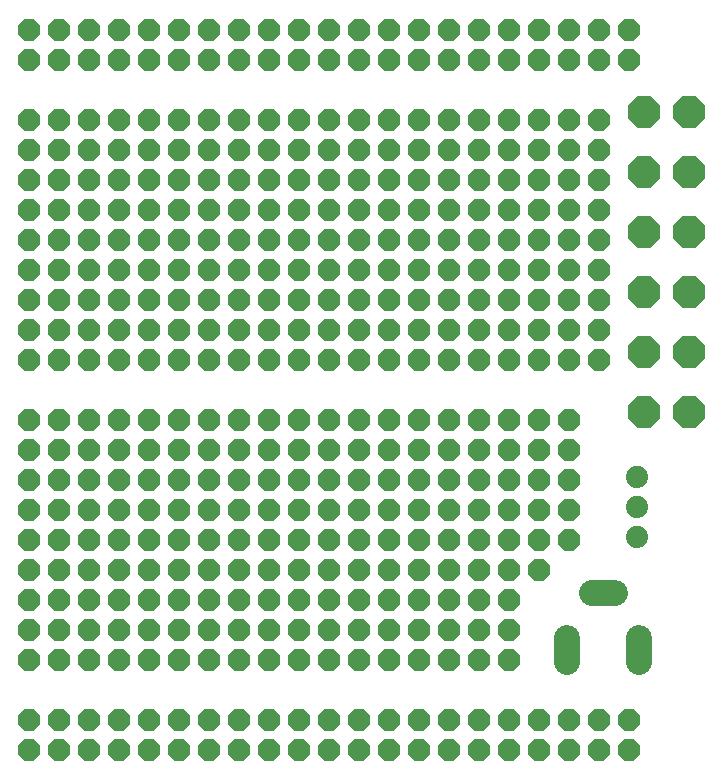
<source format=gts>
G75*
%MOIN*%
%OFA0B0*%
%FSLAX25Y25*%
%IPPOS*%
%LPD*%
%AMOC8*
5,1,8,0,0,1.08239X$1,22.5*
%
%ADD10OC8,0.07100*%
%ADD11C,0.08674*%
%ADD12C,0.07400*%
%ADD13OC8,0.10800*%
D10*
X0052595Y0041728D03*
X0062595Y0041728D03*
X0072595Y0041728D03*
X0072595Y0051728D03*
X0062595Y0051728D03*
X0052595Y0051728D03*
X0052595Y0071728D03*
X0062595Y0071728D03*
X0072595Y0071728D03*
X0072595Y0081728D03*
X0062595Y0081728D03*
X0052595Y0081728D03*
X0052595Y0091728D03*
X0062595Y0091728D03*
X0072595Y0091728D03*
X0072595Y0101728D03*
X0062595Y0101728D03*
X0052595Y0101728D03*
X0052595Y0111728D03*
X0062595Y0111728D03*
X0072595Y0111728D03*
X0072595Y0121728D03*
X0072595Y0131728D03*
X0062595Y0131728D03*
X0062595Y0121728D03*
X0052595Y0121728D03*
X0052595Y0131728D03*
X0052595Y0141728D03*
X0062595Y0141728D03*
X0072595Y0141728D03*
X0072595Y0151728D03*
X0062595Y0151728D03*
X0052595Y0151728D03*
X0052595Y0171728D03*
X0062595Y0171728D03*
X0072595Y0171728D03*
X0072595Y0181728D03*
X0062595Y0181728D03*
X0052595Y0181728D03*
X0052595Y0191728D03*
X0062595Y0191728D03*
X0072595Y0191728D03*
X0072595Y0201728D03*
X0062595Y0201728D03*
X0052595Y0201728D03*
X0052595Y0211728D03*
X0062595Y0211728D03*
X0072595Y0211728D03*
X0072595Y0221728D03*
X0062595Y0221728D03*
X0052595Y0221728D03*
X0052595Y0231728D03*
X0062595Y0231728D03*
X0072595Y0231728D03*
X0072595Y0241728D03*
X0062595Y0241728D03*
X0052595Y0241728D03*
X0052595Y0251728D03*
X0062595Y0251728D03*
X0072595Y0251728D03*
X0082595Y0251728D03*
X0082595Y0241728D03*
X0082595Y0231728D03*
X0082595Y0221728D03*
X0082595Y0211728D03*
X0082595Y0201728D03*
X0082595Y0191728D03*
X0082595Y0181728D03*
X0082595Y0171728D03*
X0092595Y0171728D03*
X0102595Y0171728D03*
X0112595Y0171728D03*
X0122595Y0171728D03*
X0132595Y0171728D03*
X0132595Y0181728D03*
X0122595Y0181728D03*
X0112595Y0181728D03*
X0102595Y0181728D03*
X0092595Y0181728D03*
X0092595Y0191728D03*
X0102595Y0191728D03*
X0112595Y0191728D03*
X0122595Y0191728D03*
X0132595Y0191728D03*
X0132595Y0201728D03*
X0122595Y0201728D03*
X0112595Y0201728D03*
X0102595Y0201728D03*
X0092595Y0201728D03*
X0092595Y0211728D03*
X0102595Y0211728D03*
X0112595Y0211728D03*
X0122595Y0211728D03*
X0132595Y0211728D03*
X0132595Y0221728D03*
X0122595Y0221728D03*
X0112595Y0221728D03*
X0102595Y0221728D03*
X0092595Y0221728D03*
X0092595Y0231728D03*
X0102595Y0231728D03*
X0112595Y0231728D03*
X0122595Y0231728D03*
X0132595Y0231728D03*
X0132595Y0241728D03*
X0122595Y0241728D03*
X0112595Y0241728D03*
X0102595Y0241728D03*
X0092595Y0241728D03*
X0092595Y0251728D03*
X0102595Y0251728D03*
X0112595Y0251728D03*
X0122595Y0251728D03*
X0132595Y0251728D03*
X0142595Y0251728D03*
X0142595Y0241728D03*
X0142595Y0231728D03*
X0142595Y0221728D03*
X0142595Y0211728D03*
X0142595Y0201728D03*
X0142595Y0191728D03*
X0142595Y0181728D03*
X0142595Y0171728D03*
X0152595Y0171728D03*
X0162595Y0171728D03*
X0172595Y0171728D03*
X0182595Y0171728D03*
X0192595Y0171728D03*
X0192595Y0181728D03*
X0182595Y0181728D03*
X0172595Y0181728D03*
X0162595Y0181728D03*
X0152595Y0181728D03*
X0152595Y0191728D03*
X0162595Y0191728D03*
X0172595Y0191728D03*
X0182595Y0191728D03*
X0192595Y0191728D03*
X0192595Y0201728D03*
X0182595Y0201728D03*
X0172595Y0201728D03*
X0162595Y0201728D03*
X0152595Y0201728D03*
X0152595Y0211728D03*
X0162595Y0211728D03*
X0172595Y0211728D03*
X0182595Y0211728D03*
X0192595Y0211728D03*
X0192595Y0221728D03*
X0182595Y0221728D03*
X0172595Y0221728D03*
X0162595Y0221728D03*
X0152595Y0221728D03*
X0152595Y0231728D03*
X0162595Y0231728D03*
X0172595Y0231728D03*
X0182595Y0231728D03*
X0192595Y0231728D03*
X0192595Y0241728D03*
X0182595Y0241728D03*
X0172595Y0241728D03*
X0162595Y0241728D03*
X0152595Y0241728D03*
X0152595Y0251728D03*
X0162595Y0251728D03*
X0172595Y0251728D03*
X0182595Y0251728D03*
X0192595Y0251728D03*
X0202595Y0251728D03*
X0202595Y0241728D03*
X0202595Y0231728D03*
X0202595Y0221728D03*
X0202595Y0211728D03*
X0202595Y0201728D03*
X0202595Y0191728D03*
X0202595Y0181728D03*
X0202595Y0171728D03*
X0212595Y0171728D03*
X0222595Y0171728D03*
X0232595Y0171728D03*
X0242595Y0171728D03*
X0242595Y0181728D03*
X0232595Y0181728D03*
X0222595Y0181728D03*
X0212595Y0181728D03*
X0212595Y0191728D03*
X0222595Y0191728D03*
X0232595Y0191728D03*
X0242595Y0191728D03*
X0242595Y0201728D03*
X0232595Y0201728D03*
X0222595Y0201728D03*
X0212595Y0201728D03*
X0212595Y0211728D03*
X0222595Y0211728D03*
X0232595Y0211728D03*
X0242595Y0211728D03*
X0242595Y0221728D03*
X0232595Y0221728D03*
X0222595Y0221728D03*
X0212595Y0221728D03*
X0212595Y0231728D03*
X0222595Y0231728D03*
X0232595Y0231728D03*
X0242595Y0231728D03*
X0242595Y0241728D03*
X0232595Y0241728D03*
X0222595Y0241728D03*
X0212595Y0241728D03*
X0212595Y0251728D03*
X0222595Y0251728D03*
X0232595Y0251728D03*
X0242595Y0251728D03*
X0242595Y0271728D03*
X0232595Y0271728D03*
X0222595Y0271728D03*
X0212595Y0271728D03*
X0202595Y0271728D03*
X0202595Y0281728D03*
X0212595Y0281728D03*
X0222595Y0281728D03*
X0232595Y0281728D03*
X0242595Y0281728D03*
X0252595Y0281728D03*
X0252595Y0271728D03*
X0192595Y0271728D03*
X0182595Y0271728D03*
X0172595Y0271728D03*
X0162595Y0271728D03*
X0152595Y0271728D03*
X0142595Y0271728D03*
X0142595Y0281728D03*
X0152595Y0281728D03*
X0162595Y0281728D03*
X0172595Y0281728D03*
X0182595Y0281728D03*
X0192595Y0281728D03*
X0132595Y0281728D03*
X0132595Y0271728D03*
X0122595Y0271728D03*
X0112595Y0271728D03*
X0102595Y0271728D03*
X0092595Y0271728D03*
X0082595Y0271728D03*
X0082595Y0281728D03*
X0092595Y0281728D03*
X0102595Y0281728D03*
X0112595Y0281728D03*
X0122595Y0281728D03*
X0072595Y0281728D03*
X0072595Y0271728D03*
X0062595Y0271728D03*
X0052595Y0271728D03*
X0052595Y0281728D03*
X0062595Y0281728D03*
X0082595Y0151728D03*
X0082595Y0141728D03*
X0082595Y0131728D03*
X0082595Y0121728D03*
X0082595Y0111728D03*
X0082595Y0101728D03*
X0082595Y0091728D03*
X0082595Y0081728D03*
X0082595Y0071728D03*
X0092595Y0071728D03*
X0102595Y0071728D03*
X0112595Y0071728D03*
X0122595Y0071728D03*
X0132595Y0071728D03*
X0132595Y0081728D03*
X0122595Y0081728D03*
X0112595Y0081728D03*
X0102595Y0081728D03*
X0092595Y0081728D03*
X0092595Y0091728D03*
X0102595Y0091728D03*
X0112595Y0091728D03*
X0122595Y0091728D03*
X0132595Y0091728D03*
X0132595Y0101728D03*
X0122595Y0101728D03*
X0112595Y0101728D03*
X0102595Y0101728D03*
X0092595Y0101728D03*
X0092595Y0111728D03*
X0102595Y0111728D03*
X0112595Y0111728D03*
X0122595Y0111728D03*
X0132595Y0111728D03*
X0132595Y0121728D03*
X0132595Y0131728D03*
X0122595Y0131728D03*
X0122595Y0121728D03*
X0112595Y0121728D03*
X0112595Y0131728D03*
X0102595Y0131728D03*
X0102595Y0121728D03*
X0092595Y0121728D03*
X0092595Y0131728D03*
X0092595Y0141728D03*
X0102595Y0141728D03*
X0112595Y0141728D03*
X0122595Y0141728D03*
X0132595Y0141728D03*
X0132595Y0151728D03*
X0122595Y0151728D03*
X0112595Y0151728D03*
X0102595Y0151728D03*
X0092595Y0151728D03*
X0142595Y0151728D03*
X0142595Y0141728D03*
X0142595Y0131728D03*
X0142595Y0121728D03*
X0142595Y0111728D03*
X0142595Y0101728D03*
X0142595Y0091728D03*
X0142595Y0081728D03*
X0142595Y0071728D03*
X0152595Y0071728D03*
X0162595Y0071728D03*
X0172595Y0071728D03*
X0182595Y0071728D03*
X0192595Y0071728D03*
X0192595Y0081728D03*
X0182595Y0081728D03*
X0172595Y0081728D03*
X0162595Y0081728D03*
X0152595Y0081728D03*
X0152595Y0091728D03*
X0162595Y0091728D03*
X0172595Y0091728D03*
X0182595Y0091728D03*
X0192595Y0091728D03*
X0192595Y0101728D03*
X0182595Y0101728D03*
X0172595Y0101728D03*
X0162595Y0101728D03*
X0152595Y0101728D03*
X0152595Y0111728D03*
X0162595Y0111728D03*
X0172595Y0111728D03*
X0182595Y0111728D03*
X0192595Y0111728D03*
X0192595Y0121728D03*
X0192595Y0131728D03*
X0182595Y0131728D03*
X0182595Y0121728D03*
X0172595Y0121728D03*
X0172595Y0131728D03*
X0162595Y0131728D03*
X0162595Y0121728D03*
X0152595Y0121728D03*
X0152595Y0131728D03*
X0152595Y0141728D03*
X0162595Y0141728D03*
X0172595Y0141728D03*
X0182595Y0141728D03*
X0192595Y0141728D03*
X0192595Y0151728D03*
X0182595Y0151728D03*
X0172595Y0151728D03*
X0162595Y0151728D03*
X0152595Y0151728D03*
X0202595Y0151728D03*
X0202595Y0141728D03*
X0202595Y0131728D03*
X0202595Y0121728D03*
X0202595Y0111728D03*
X0202595Y0101728D03*
X0202595Y0091728D03*
X0202595Y0081728D03*
X0202595Y0071728D03*
X0212595Y0071728D03*
X0212595Y0081728D03*
X0212595Y0091728D03*
X0212595Y0101728D03*
X0222595Y0101728D03*
X0222595Y0111728D03*
X0212595Y0111728D03*
X0212595Y0121728D03*
X0212595Y0131728D03*
X0222595Y0131728D03*
X0222595Y0121728D03*
X0232595Y0121728D03*
X0232595Y0131728D03*
X0232595Y0141728D03*
X0222595Y0141728D03*
X0212595Y0141728D03*
X0212595Y0151728D03*
X0222595Y0151728D03*
X0232595Y0151728D03*
X0232595Y0111728D03*
X0232595Y0051728D03*
X0232595Y0041728D03*
X0222595Y0041728D03*
X0212595Y0041728D03*
X0202595Y0041728D03*
X0202595Y0051728D03*
X0212595Y0051728D03*
X0222595Y0051728D03*
X0242595Y0051728D03*
X0242595Y0041728D03*
X0252595Y0041728D03*
X0252595Y0051728D03*
X0192595Y0051728D03*
X0192595Y0041728D03*
X0182595Y0041728D03*
X0172595Y0041728D03*
X0162595Y0041728D03*
X0152595Y0041728D03*
X0142595Y0041728D03*
X0142595Y0051728D03*
X0152595Y0051728D03*
X0162595Y0051728D03*
X0172595Y0051728D03*
X0182595Y0051728D03*
X0132595Y0051728D03*
X0132595Y0041728D03*
X0122595Y0041728D03*
X0112595Y0041728D03*
X0102595Y0041728D03*
X0092595Y0041728D03*
X0082595Y0041728D03*
X0082595Y0051728D03*
X0092595Y0051728D03*
X0102595Y0051728D03*
X0112595Y0051728D03*
X0122595Y0051728D03*
D11*
X0231965Y0071079D02*
X0231965Y0078953D01*
X0240233Y0093913D02*
X0248107Y0093913D01*
X0255981Y0078953D02*
X0255981Y0071079D01*
D12*
X0255233Y0112654D03*
X0255233Y0122654D03*
X0255233Y0132654D03*
D13*
X0257595Y0154228D03*
X0272595Y0154228D03*
X0272595Y0174228D03*
X0257595Y0174228D03*
X0257595Y0194228D03*
X0272595Y0194228D03*
X0272595Y0214228D03*
X0257595Y0214228D03*
X0257595Y0234228D03*
X0272595Y0234228D03*
X0272595Y0254228D03*
X0257595Y0254228D03*
M02*

</source>
